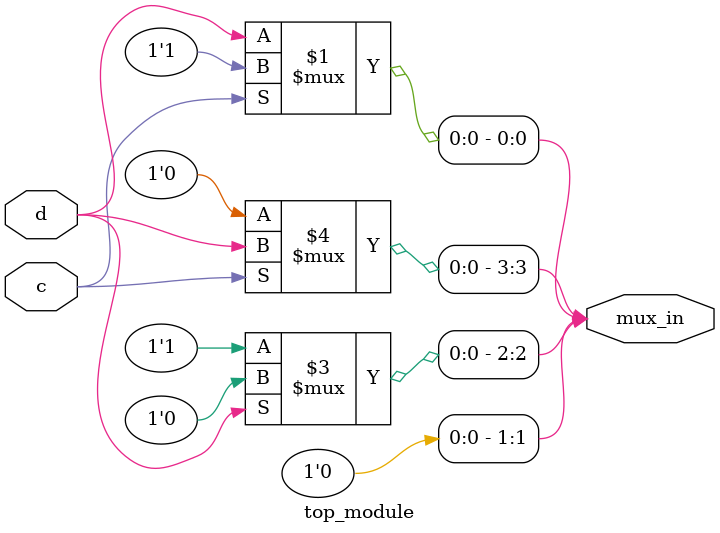
<source format=v>
module top_module(
  input c,
  input d,
  output [3:0] mux_in
);
  // Multiplexers implemented as Verilog ternary operators
  assign mux_in = {
    c ? d : 1'b0,
    d ? 1'b0 : 1'b1,
    d ? 1'b0 : 1'b0,
    c ? 1'b1 : d
  };
endmodule

</source>
